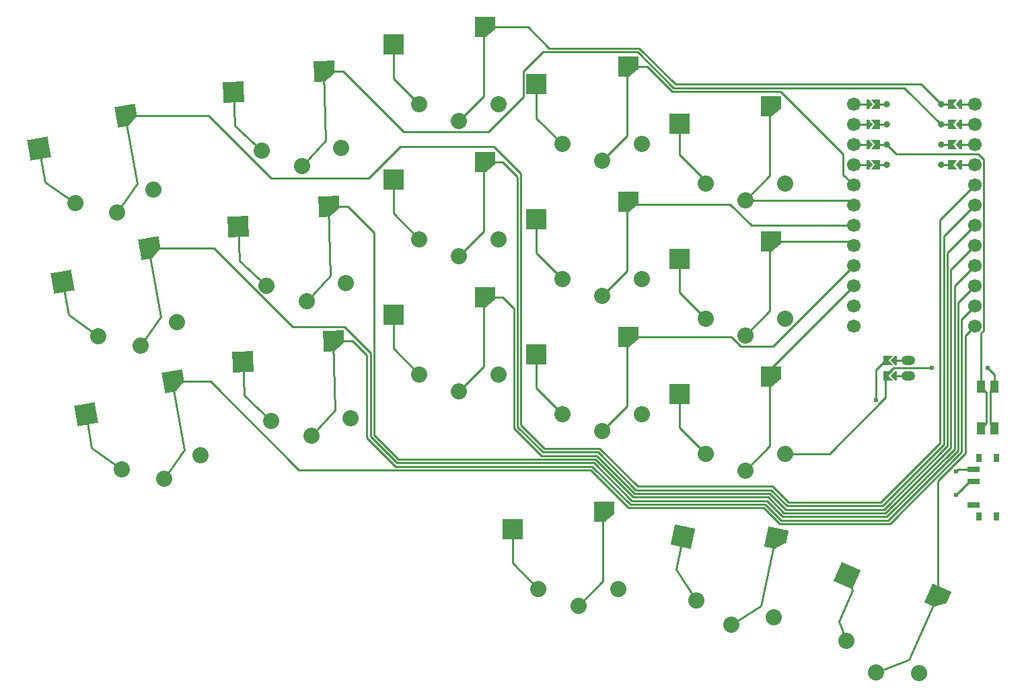
<source format=gbr>
%TF.GenerationSoftware,KiCad,Pcbnew,8.0.1*%
%TF.CreationDate,2024-05-06T23:29:14+03:00*%
%TF.ProjectId,new_ready_splayer_pcb,6e65775f-7265-4616-9479-5f73706c6179,v1.0.0*%
%TF.SameCoordinates,Original*%
%TF.FileFunction,Copper,L1,Top*%
%TF.FilePolarity,Positive*%
%FSLAX46Y46*%
G04 Gerber Fmt 4.6, Leading zero omitted, Abs format (unit mm)*
G04 Created by KiCad (PCBNEW 8.0.1) date 2024-05-06 23:29:14*
%MOMM*%
%LPD*%
G01*
G04 APERTURE LIST*
G04 Aperture macros list*
%AMRotRect*
0 Rectangle, with rotation*
0 The origin of the aperture is its center*
0 $1 length*
0 $2 width*
0 $3 Rotation angle, in degrees counterclockwise*
0 Add horizontal line*
21,1,$1,$2,0,0,$3*%
%AMFreePoly0*
4,1,6,0.500000,-0.625000,-0.650000,-0.625000,-0.150000,0.000000,-0.650000,0.625000,0.500000,0.625000,0.500000,-0.625000,0.500000,-0.625000,$1*%
%AMFreePoly1*
4,1,6,0.250000,0.000000,-0.250000,-0.625000,-0.500000,-0.625000,-0.500000,0.625000,-0.250000,0.625000,0.250000,0.000000,0.250000,0.000000,$1*%
%AMFreePoly2*
4,1,6,0.600000,-1.000000,0.000000,-0.400000,-0.600000,-1.000000,-0.600000,0.250000,0.600000,0.250000,0.600000,-1.000000,0.600000,-1.000000,$1*%
%AMFreePoly3*
4,1,6,0.600000,-0.200000,0.600000,-0.400000,-0.600000,-0.400000,-0.600000,-0.200000,0.000000,0.400000,0.600000,-0.200000,0.600000,-0.200000,$1*%
%AMFreePoly4*
4,1,6,1.300000,-0.250000,0.050000,-1.300000,-1.300000,-1.300000,-1.300000,1.300000,1.300000,1.300000,1.300000,-0.250000,1.300000,-0.250000,$1*%
G04 Aperture macros list end*
%TA.AperFunction,SMDPad,CuDef*%
%ADD10R,1.000000X1.550000*%
%TD*%
%TA.AperFunction,ComponentPad*%
%ADD11C,0.600000*%
%TD*%
%TA.AperFunction,ComponentPad*%
%ADD12C,0.800000*%
%TD*%
%TA.AperFunction,SMDPad,CuDef*%
%ADD13FreePoly0,180.000000*%
%TD*%
%TA.AperFunction,SMDPad,CuDef*%
%ADD14FreePoly1,180.000000*%
%TD*%
%TA.AperFunction,ComponentPad*%
%ADD15C,1.700000*%
%TD*%
%TA.AperFunction,SMDPad,CuDef*%
%ADD16FreePoly1,0.000000*%
%TD*%
%TA.AperFunction,SMDPad,CuDef*%
%ADD17FreePoly0,0.000000*%
%TD*%
%TA.AperFunction,SMDPad,CuDef*%
%ADD18R,0.800000X1.000000*%
%TD*%
%TA.AperFunction,SMDPad,CuDef*%
%ADD19R,1.500000X0.700000*%
%TD*%
%TA.AperFunction,SMDPad,CuDef*%
%ADD20FreePoly2,90.000000*%
%TD*%
%TA.AperFunction,ComponentPad*%
%ADD21O,1.750000X1.200000*%
%TD*%
%TA.AperFunction,SMDPad,CuDef*%
%ADD22FreePoly3,90.000000*%
%TD*%
%TA.AperFunction,ComponentPad*%
%ADD23C,2.032000*%
%TD*%
%TA.AperFunction,ConnectorPad*%
%ADD24FreePoly4,10.000000*%
%TD*%
%TA.AperFunction,SMDPad,CuDef*%
%ADD25RotRect,2.600000X2.600000X10.000000*%
%TD*%
%TA.AperFunction,ConnectorPad*%
%ADD26FreePoly4,0.000000*%
%TD*%
%TA.AperFunction,SMDPad,CuDef*%
%ADD27R,2.600000X2.600000*%
%TD*%
%TA.AperFunction,ConnectorPad*%
%ADD28FreePoly4,348.000000*%
%TD*%
%TA.AperFunction,SMDPad,CuDef*%
%ADD29RotRect,2.600000X2.600000X348.000000*%
%TD*%
%TA.AperFunction,ConnectorPad*%
%ADD30FreePoly4,2.000000*%
%TD*%
%TA.AperFunction,SMDPad,CuDef*%
%ADD31RotRect,2.600000X2.600000X2.000000*%
%TD*%
%TA.AperFunction,ConnectorPad*%
%ADD32FreePoly4,336.000000*%
%TD*%
%TA.AperFunction,SMDPad,CuDef*%
%ADD33RotRect,2.600000X2.600000X336.000000*%
%TD*%
%TA.AperFunction,Conductor*%
%ADD34C,0.250000*%
%TD*%
G04 APERTURE END LIST*
D10*
%TO.P,RST1,1*%
%TO.N,GND*%
X272009009Y-136530853D03*
%TO.P,RST1,2*%
%TO.N,RST*%
X270309009Y-136530853D03*
%TO.P,RST1,3*%
%TO.N,GND*%
X272009009Y-131280853D03*
%TO.P,RST1,4*%
%TO.N,RST*%
X270309009Y-131280853D03*
%TD*%
D11*
%TO.P,REF\u002A\u002A,1*%
%TO.N,GND*%
X271159010Y-128905852D03*
%TD*%
%TO.P,REF\u002A\u002A,1*%
%TO.N,BAT_P*%
X257159008Y-132905853D03*
%TD*%
%TO.P,REF\u002A\u002A,1*%
%TO.N,GND*%
X264159007Y-128905855D03*
%TD*%
%TO.P,REF\u002A\u002A,1*%
%TO.N,RAW*%
X267159010Y-144905855D03*
%TD*%
D12*
%TO.P,MCU1,1*%
%TO.N,P1*%
X265309000Y-95715000D03*
D13*
X266684000Y-95715000D03*
D14*
%TO.N,MCU1_1*%
X267409000Y-95715000D03*
D15*
X269529000Y-95715000D03*
D12*
%TO.P,MCU1,2*%
%TO.N,P0*%
X265309000Y-98255000D03*
D13*
X266684000Y-98255000D03*
D14*
%TO.N,MCU1_2*%
X267409000Y-98255000D03*
D15*
X269529000Y-98255000D03*
D12*
%TO.P,MCU1,3*%
%TO.N,GND*%
X265309000Y-100795000D03*
D13*
X266684000Y-100795000D03*
D14*
%TO.N,MCU1_3*%
X267409000Y-100795000D03*
D15*
X269529000Y-100795000D03*
D12*
%TO.P,MCU1,4*%
%TO.N,GND*%
X265309000Y-103335000D03*
D13*
X266684000Y-103335000D03*
D14*
%TO.N,MCU1_4*%
X267409000Y-103335000D03*
D15*
X269529000Y-103335000D03*
%TO.P,MCU1,5*%
%TO.N,P21*%
X269529000Y-105875000D03*
%TO.P,MCU1,6*%
%TO.N,P20*%
X269529000Y-108415000D03*
%TO.P,MCU1,7*%
%TO.N,P19*%
X269529000Y-110955000D03*
%TO.P,MCU1,8*%
%TO.N,P18*%
X269529000Y-113495000D03*
%TO.P,MCU1,9*%
%TO.N,P15*%
X269529000Y-116035000D03*
%TO.P,MCU1,10*%
%TO.N,P14*%
X269529000Y-118575000D03*
%TO.P,MCU1,11*%
%TO.N,P16*%
X269529000Y-121115000D03*
%TO.P,MCU1,12*%
%TO.N,P10*%
X269529000Y-123655000D03*
%TO.P,MCU1,13*%
%TO.N,P9*%
X254289000Y-123655000D03*
%TO.P,MCU1,14*%
%TO.N,P8*%
X254289000Y-121115000D03*
%TO.P,MCU1,15*%
%TO.N,P7*%
X254289000Y-118575000D03*
%TO.P,MCU1,16*%
%TO.N,P6*%
X254289000Y-116035000D03*
%TO.P,MCU1,17*%
%TO.N,P5*%
X254289000Y-113495000D03*
%TO.P,MCU1,18*%
%TO.N,P4*%
X254289000Y-110955000D03*
%TO.P,MCU1,19*%
%TO.N,P3*%
X254289000Y-108415000D03*
%TO.P,MCU1,20*%
%TO.N,P2*%
X254289000Y-105875000D03*
%TO.P,MCU1,21*%
%TO.N,MCU1_21*%
X254289000Y-103335000D03*
D16*
X256409000Y-103335000D03*
D15*
%TO.P,MCU1,22*%
%TO.N,MCU1_22*%
X254289000Y-100795000D03*
D16*
X256409000Y-100795000D03*
D15*
%TO.P,MCU1,23*%
%TO.N,MCU1_23*%
X254289000Y-98255000D03*
D16*
X256409000Y-98255000D03*
D15*
%TO.P,MCU1,24*%
%TO.N,MCU1_24*%
X254289000Y-95715000D03*
D16*
X256409000Y-95715000D03*
D17*
%TO.P,MCU1,121*%
%TO.N,VCC*%
X257134000Y-103335000D03*
D12*
X258509000Y-103335000D03*
D17*
%TO.P,MCU1,122*%
%TO.N,RST*%
X257134000Y-100795000D03*
D12*
X258509000Y-100795000D03*
D17*
%TO.P,MCU1,123*%
%TO.N,GND*%
X257134000Y-98255000D03*
D12*
X258509000Y-98255000D03*
D17*
%TO.P,MCU1,124*%
%TO.N,RAW*%
X257134000Y-95715000D03*
D12*
X258509000Y-95715000D03*
%TD*%
D18*
%TO.P,PWR1,*%
%TO.N,*%
X270074008Y-147555851D03*
X270074009Y-140255851D03*
X272284008Y-140255852D03*
X272284009Y-147555852D03*
D19*
%TO.P,PWR1,1*%
%TO.N,N/C*%
X269424008Y-146155852D03*
%TO.P,PWR1,2*%
%TO.N,RAW*%
X269424009Y-143155851D03*
%TO.P,PWR1,3*%
%TO.N,BAT_P*%
X269424009Y-141655852D03*
%TD*%
D20*
%TO.P,JST1,1*%
%TO.N,BAT_P*%
X258343007Y-127905850D03*
%TO.P,JST1,2*%
%TO.N,GND*%
X258343007Y-129905850D03*
D21*
%TO.P,JST1,11*%
%TO.N,JST1_1*%
X261159006Y-127905850D03*
%TO.P,JST1,12*%
%TO.N,JST1_2*%
X261159008Y-129905850D03*
D22*
%TO.P,JST1,21*%
%TO.N,JST1_1*%
X259359006Y-127905851D03*
%TO.P,JST1,22*%
%TO.N,JST1_2*%
X259359007Y-129905850D03*
%TD*%
D11*
%TO.P,REF\u002A\u002A,1*%
%TO.N,BAT_P*%
X267159009Y-141905852D03*
%TD*%
D23*
%TO.P,S1,1*%
%TO.N,GND*%
X162232044Y-141618983D03*
D24*
%TO.N,P16*%
X168688259Y-130580168D03*
D23*
%TO.N,GND*%
X172080122Y-139882502D03*
D25*
%TO.P,S1,2*%
X157695755Y-134752383D03*
D23*
%TO.N,P16*%
X167520744Y-142818839D03*
%TD*%
%TO.P,S15,1*%
%TO.N,GND*%
X235659009Y-105705854D03*
D26*
%TO.N,P3*%
X243934009Y-95955853D03*
D23*
%TO.N,GND*%
X245659009Y-105705854D03*
D27*
%TO.P,S15,2*%
X232384009Y-98155854D03*
D23*
%TO.N,P3*%
X240659009Y-107805854D03*
%TD*%
%TO.P,S3,1*%
%TO.N,GND*%
X156328007Y-108135522D03*
D24*
%TO.N,P21*%
X162784222Y-97096707D03*
D23*
%TO.N,GND*%
X166176085Y-106399041D03*
D25*
%TO.P,S3,2*%
X151791718Y-101268922D03*
D23*
%TO.N,P21*%
X161616707Y-109335378D03*
%TD*%
%TO.P,S13,1*%
%TO.N,GND*%
X235659006Y-139705853D03*
D26*
%TO.N,P7*%
X243934006Y-129955852D03*
D23*
%TO.N,GND*%
X245659006Y-139705853D03*
D27*
%TO.P,S13,2*%
X232384006Y-132155853D03*
D23*
%TO.N,P7*%
X240659006Y-141805853D03*
%TD*%
%TO.P,S8,1*%
%TO.N,GND*%
X199659010Y-112705851D03*
D26*
%TO.N,P20*%
X207934010Y-102955850D03*
D23*
%TO.N,GND*%
X209659010Y-112705851D03*
D27*
%TO.P,S8,2*%
X196384010Y-105155851D03*
D23*
%TO.N,P20*%
X204659010Y-114805851D03*
%TD*%
%TO.P,S17,1*%
%TO.N,GND*%
X234496827Y-158163283D03*
D28*
%TO.N,P8*%
X244618137Y-150346815D03*
D23*
%TO.N,GND*%
X244278303Y-160242401D03*
D29*
%TO.P,S17,2*%
X232863126Y-150097359D03*
D23*
%TO.N,P8*%
X238950950Y-161256953D03*
%TD*%
%TO.P,S5,1*%
%TO.N,GND*%
X180387454Y-118548436D03*
D30*
%TO.N,P18*%
X188317143Y-108515581D03*
D23*
%TO.N,GND*%
X190381362Y-118199441D03*
D31*
%TO.P,S5,2*%
X176850958Y-111117331D03*
D23*
%TO.N,P18*%
X185457696Y-120472659D03*
%TD*%
%TO.P,S9,1*%
%TO.N,GND*%
X199659008Y-95705853D03*
D26*
%TO.N,P1*%
X207934008Y-85955852D03*
D23*
%TO.N,GND*%
X209659008Y-95705853D03*
D27*
%TO.P,S9,2*%
X196384008Y-88155853D03*
D23*
%TO.N,P1*%
X204659008Y-97805853D03*
%TD*%
%TO.P,S14,1*%
%TO.N,GND*%
X235659011Y-122705855D03*
D26*
%TO.N,P5*%
X243934011Y-112955854D03*
D23*
%TO.N,GND*%
X245659011Y-122705855D03*
D27*
%TO.P,S14,2*%
X232384011Y-115155855D03*
D23*
%TO.N,P5*%
X240659011Y-124805855D03*
%TD*%
%TO.P,S7,1*%
%TO.N,GND*%
X199659009Y-129705852D03*
D26*
%TO.N,P19*%
X207934009Y-119955851D03*
D23*
%TO.N,GND*%
X209659009Y-129705852D03*
D27*
%TO.P,S7,2*%
X196384009Y-122155852D03*
D23*
%TO.N,P19*%
X204659009Y-131805852D03*
%TD*%
%TO.P,S12,1*%
%TO.N,GND*%
X217659012Y-100705853D03*
D26*
%TO.N,P2*%
X225934012Y-90955852D03*
D23*
%TO.N,GND*%
X227659012Y-100705853D03*
D27*
%TO.P,S12,2*%
X214384012Y-93155853D03*
D23*
%TO.N,P2*%
X222659012Y-102805853D03*
%TD*%
%TO.P,S2,1*%
%TO.N,GND*%
X159280029Y-124877254D03*
D24*
%TO.N,P15*%
X165736244Y-113838439D03*
D23*
%TO.N,GND*%
X169128107Y-123140773D03*
D25*
%TO.P,S2,2*%
X154743740Y-118010654D03*
D23*
%TO.N,P15*%
X164568729Y-126077110D03*
%TD*%
%TO.P,S11,1*%
%TO.N,GND*%
X217659006Y-117705854D03*
D26*
%TO.N,P4*%
X225934006Y-107955853D03*
D23*
%TO.N,GND*%
X227659006Y-117705854D03*
D27*
%TO.P,S11,2*%
X214384006Y-110155854D03*
D23*
%TO.N,P4*%
X222659006Y-119805854D03*
%TD*%
%TO.P,S18,1*%
%TO.N,GND*%
X253413402Y-163267109D03*
D32*
%TO.N,P10*%
X264938673Y-157725786D03*
D23*
%TO.N,GND*%
X262548857Y-167334475D03*
D33*
%TO.P,S18,2*%
X253492403Y-155037778D03*
D23*
%TO.N,P10*%
X257126983Y-167219237D03*
%TD*%
%TO.P,S16,1*%
%TO.N,GND*%
X214659008Y-156705851D03*
D26*
%TO.N,P9*%
X222934008Y-146955850D03*
D23*
%TO.N,GND*%
X224659008Y-156705851D03*
D27*
%TO.P,S16,2*%
X211384008Y-149155851D03*
D23*
%TO.N,P9*%
X219659008Y-158805851D03*
%TD*%
%TO.P,S6,1*%
%TO.N,GND*%
X179794164Y-101558794D03*
D30*
%TO.N,P0*%
X187723853Y-91525939D03*
D23*
%TO.N,GND*%
X189788072Y-101209799D03*
D31*
%TO.P,S6,2*%
X176257668Y-94127689D03*
D23*
%TO.N,P0*%
X184864406Y-103483017D03*
%TD*%
%TO.P,S10,1*%
%TO.N,GND*%
X217659009Y-134705852D03*
D26*
%TO.N,P6*%
X225934009Y-124955851D03*
D23*
%TO.N,GND*%
X227659009Y-134705852D03*
D27*
%TO.P,S10,2*%
X214384009Y-127155852D03*
D23*
%TO.N,P6*%
X222659009Y-136805852D03*
%TD*%
%TO.P,S4,1*%
%TO.N,GND*%
X180980745Y-135538080D03*
D30*
%TO.N,P14*%
X188910434Y-125505225D03*
D23*
%TO.N,GND*%
X190974653Y-135189085D03*
D31*
%TO.P,S4,2*%
X177444249Y-128106975D03*
D23*
%TO.N,P14*%
X186050987Y-137462303D03*
%TD*%
D34*
%TO.N,GND*%
X271500000Y-136021844D02*
X272009009Y-136530853D01*
X271500000Y-131789862D02*
X271500000Y-136021844D01*
X272009009Y-131280853D02*
X271500000Y-131789862D01*
%TO.N,RST*%
X271000000Y-131971844D02*
X270309009Y-131280853D01*
X271000000Y-135839862D02*
X271000000Y-131971844D01*
X270309009Y-136530853D02*
X271000000Y-135839862D01*
%TO.N,P16*%
X267899008Y-139464596D02*
X258863604Y-148500000D01*
X226000000Y-146500000D02*
X221230852Y-141730852D01*
X170055620Y-139198666D02*
X167520744Y-142818841D01*
X258863604Y-148500000D02*
X245000000Y-148500000D01*
X168688259Y-130580169D02*
X168566586Y-130753935D01*
X269529000Y-121115000D02*
X267899008Y-122744992D01*
X168566586Y-130753935D02*
X170055620Y-139198666D01*
X245000000Y-148500000D02*
X243000000Y-146500000D01*
X184503954Y-141730852D02*
X173345304Y-130572202D01*
X173345304Y-130572202D02*
X168696225Y-130572202D01*
X267899008Y-122744992D02*
X267899008Y-139464596D01*
X221230852Y-141730852D02*
X184503954Y-141730852D01*
X168696225Y-130572202D02*
X168688259Y-130580168D01*
X243000000Y-146500000D02*
X226000000Y-146500000D01*
%TO.N,GND*%
X214384009Y-131430852D02*
X217659009Y-134705852D01*
X177000153Y-115389726D02*
X180387453Y-118548436D01*
X211384008Y-153430851D02*
X214659008Y-156705851D01*
X155486085Y-122220706D02*
X159280028Y-124877254D01*
X232863125Y-150097360D02*
X231974301Y-154278939D01*
X211384008Y-149155851D02*
X211384008Y-153430851D01*
X214384012Y-97430853D02*
X217659012Y-100705853D01*
X151791718Y-101268922D02*
X152534062Y-105478973D01*
X154743739Y-118010655D02*
X155486085Y-122220706D01*
X176406864Y-98400084D02*
X179794165Y-101558793D01*
X232384011Y-115155855D02*
X232384011Y-119430855D01*
X232384011Y-119430855D02*
X235659011Y-122705855D01*
X152534062Y-105478973D02*
X156328007Y-108135520D01*
X231974301Y-154278939D02*
X234496824Y-158163284D01*
X157695755Y-134752386D02*
X158438102Y-138962436D01*
X252458918Y-160780591D02*
X253413405Y-163267112D01*
X196384008Y-88155853D02*
X196384008Y-92430853D01*
X258343007Y-132605738D02*
X258343007Y-129905850D01*
X158438102Y-138962436D02*
X162232046Y-141618983D01*
X264159007Y-128905855D02*
X259343002Y-128905855D01*
X235659009Y-105339990D02*
X235659009Y-105705854D01*
X266684009Y-100794855D02*
X265309011Y-100794853D01*
X196384009Y-126430852D02*
X199659009Y-129705852D01*
X177444248Y-128106974D02*
X177593443Y-132379371D01*
X214384010Y-93396263D02*
X214996221Y-94008478D01*
X214384012Y-93155853D02*
X214384012Y-97430853D01*
X232384009Y-102064990D02*
X235659009Y-105339990D01*
X251242892Y-139705853D02*
X258343007Y-132605738D01*
X196384008Y-92430853D02*
X199659008Y-95705853D01*
X232384006Y-132155853D02*
X232384006Y-136430853D01*
X196384010Y-105155851D02*
X196384010Y-109430851D01*
X214384009Y-127155852D02*
X214384009Y-131430852D01*
X214384007Y-93155852D02*
X214384010Y-93396263D01*
X196384009Y-122155852D02*
X196384009Y-126430852D01*
X259343002Y-128905855D02*
X258343007Y-129905850D01*
X232384006Y-136430853D02*
X235659006Y-139705853D01*
X254197718Y-156875184D02*
X252458918Y-160780591D01*
X214384006Y-114430854D02*
X217659006Y-117705854D01*
X214384006Y-110155854D02*
X214384006Y-114430854D01*
X266684009Y-103334852D02*
X265309007Y-103334852D01*
X177593443Y-132379371D02*
X180980743Y-135538080D01*
X272009009Y-129755851D02*
X271159010Y-128905852D01*
X253492401Y-155037776D02*
X254197718Y-156875184D01*
X232384009Y-98155854D02*
X232384009Y-102064990D01*
X176850956Y-111117331D02*
X177000153Y-115389726D01*
X176257669Y-94127689D02*
X176406864Y-98400084D01*
X272009009Y-131280853D02*
X272009009Y-129755851D01*
X245659006Y-139705853D02*
X251242892Y-139705853D01*
X196384010Y-109430851D02*
X199659010Y-112705851D01*
X257134008Y-98254852D02*
X258509011Y-98254851D01*
%TO.N,P15*%
X165736242Y-113838439D02*
X165614569Y-114012207D01*
X183687079Y-123744522D02*
X190214833Y-123744522D01*
X173773030Y-113830473D02*
X183687079Y-123744522D01*
X266999008Y-118564992D02*
X269529000Y-116035000D01*
X193500000Y-137500000D02*
X196830852Y-140830852D01*
X165744210Y-113830473D02*
X173773030Y-113830473D01*
X165614569Y-114012207D02*
X167103603Y-122456936D01*
X193500000Y-127029689D02*
X193500000Y-137500000D01*
X243372792Y-145600000D02*
X245372792Y-147600000D01*
X245372792Y-147600000D02*
X258490812Y-147600000D01*
X258490812Y-147600000D02*
X266999008Y-139091804D01*
X165736244Y-113838439D02*
X165744210Y-113830473D01*
X167103603Y-122456936D02*
X164568730Y-126077111D01*
X226372792Y-145600000D02*
X243372792Y-145600000D01*
X196830852Y-140830852D02*
X221603644Y-140830852D01*
X190214833Y-123744522D02*
X193500000Y-127029689D01*
X266999008Y-139091804D02*
X266999008Y-118564992D01*
X221603644Y-140830852D02*
X226372792Y-145600000D01*
%TO.N,P21*%
X222349228Y-139030852D02*
X227118376Y-143800000D01*
X162662549Y-97270473D02*
X164151581Y-105715202D01*
X246118376Y-145800000D02*
X257745228Y-145800000D01*
X265199008Y-110204992D02*
X269529000Y-105875000D01*
X193289861Y-105000000D02*
X197289861Y-101000000D01*
X212450000Y-136108060D02*
X215372792Y-139030852D01*
X162784221Y-97096705D02*
X162662549Y-97270473D01*
X162784222Y-97096707D02*
X162792188Y-97088741D01*
X265199008Y-138346220D02*
X265199008Y-110204992D01*
X257745228Y-145800000D02*
X265199008Y-138346220D01*
X215372792Y-139030852D02*
X222349228Y-139030852D01*
X212450000Y-104405148D02*
X212450000Y-136108060D01*
X173088741Y-97088741D02*
X181000000Y-105000000D01*
X209044852Y-101000000D02*
X212450000Y-104405148D01*
X164151581Y-105715202D02*
X161616708Y-109335378D01*
X181000000Y-105000000D02*
X193289861Y-105000000D01*
X244118376Y-143800000D02*
X246118376Y-145800000D01*
X227118376Y-143800000D02*
X244118376Y-143800000D01*
X197289861Y-101000000D02*
X209044852Y-101000000D01*
X162792188Y-97088741D02*
X173088741Y-97088741D01*
%TO.N,P14*%
X191224352Y-125505225D02*
X193000000Y-127280873D01*
X243186396Y-146050000D02*
X245186396Y-148050000D01*
X267449008Y-120654992D02*
X269529000Y-118575000D01*
X245186396Y-148050000D02*
X258677208Y-148050000D01*
X196644456Y-141280852D02*
X221417248Y-141280852D01*
X267449008Y-139278200D02*
X267449008Y-120654992D01*
X221417248Y-141280852D02*
X226186396Y-146050000D01*
X193000000Y-127280873D02*
X193000000Y-137636396D01*
X188910432Y-125505224D02*
X188765757Y-125660370D01*
X188765757Y-125660370D02*
X189065022Y-134230146D01*
X189065022Y-134230146D02*
X186050985Y-137462303D01*
X188910434Y-125505225D02*
X191224352Y-125505225D01*
X258677208Y-148050000D02*
X267449008Y-139278200D01*
X226186396Y-146050000D02*
X243186396Y-146050000D01*
X193000000Y-137636396D02*
X196644456Y-141280852D01*
%TO.N,P18*%
X245559188Y-147150000D02*
X258304416Y-147150000D01*
X258304416Y-147150000D02*
X266549008Y-138905408D01*
X243559188Y-145150000D02*
X245559188Y-147150000D01*
X188317141Y-108515580D02*
X188172466Y-108670726D01*
X188172466Y-108670726D02*
X188471731Y-117240502D01*
X188317143Y-108515581D02*
X190631061Y-108515581D01*
X226559188Y-145150000D02*
X243559188Y-145150000D01*
X188471731Y-117240502D02*
X185457695Y-120472658D01*
X194000000Y-137363604D02*
X197017248Y-140380852D01*
X266549008Y-138905408D02*
X266549008Y-116474992D01*
X197017248Y-140380852D02*
X221790040Y-140380852D01*
X190631061Y-108515581D02*
X194000000Y-111884520D01*
X266549008Y-116474992D02*
X269529000Y-113495000D01*
X194000000Y-111884520D02*
X194000000Y-137363604D01*
X221790040Y-140380852D02*
X226559188Y-145150000D01*
%TO.N,P0*%
X212759012Y-91530853D02*
X215209012Y-89080853D01*
X187723853Y-91525939D02*
X190037771Y-91525939D01*
X190037771Y-91525939D02*
X197658685Y-99146853D01*
X187723854Y-91525939D02*
X187579180Y-91681083D01*
X208353147Y-99146853D02*
X212759012Y-94740988D01*
X215209012Y-89080853D02*
X227125705Y-89080853D01*
X266684009Y-98254851D02*
X265309008Y-98254851D01*
X187579180Y-91681083D02*
X187878443Y-100250860D01*
X212759012Y-94740988D02*
X212759012Y-91530853D01*
X231675706Y-93630854D02*
X260684854Y-93630854D01*
X227125705Y-89080853D02*
X231675706Y-93630854D01*
X197658685Y-99146853D02*
X208353147Y-99146853D01*
X187878443Y-100250860D02*
X184864406Y-103483016D01*
X260684854Y-93630854D02*
X265309000Y-98255000D01*
%TO.N,P19*%
X211534008Y-121379202D02*
X211534008Y-136464860D01*
X243745584Y-144700000D02*
X245745584Y-146700000D01*
X207934009Y-119955851D02*
X207784008Y-120105852D01*
X226745584Y-144700000D02*
X243745584Y-144700000D01*
X207784008Y-120105852D02*
X207784008Y-128680853D01*
X211534008Y-136464860D02*
X215000000Y-139930852D01*
X210110657Y-119955851D02*
X211534008Y-121379202D01*
X207934009Y-119955851D02*
X210110657Y-119955851D01*
X221976436Y-139930852D02*
X226745584Y-144700000D01*
X215000000Y-139930852D02*
X221976436Y-139930852D01*
X266099008Y-114384992D02*
X269529000Y-110955000D01*
X207784008Y-128680853D02*
X204659009Y-131805852D01*
X245745584Y-146700000D02*
X258118020Y-146700000D01*
X258118020Y-146700000D02*
X266099008Y-138719012D01*
X266099008Y-138719012D02*
X266099008Y-114384992D01*
%TO.N,P20*%
X207784009Y-103105851D02*
X207784009Y-111680852D01*
X210110658Y-102955850D02*
X212000000Y-104845192D01*
X226931980Y-144250000D02*
X243931980Y-144250000D01*
X207934010Y-102955850D02*
X210110658Y-102955850D01*
X245931980Y-146250000D02*
X257931624Y-146250000D01*
X265649008Y-138532616D02*
X265649008Y-112294992D01*
X257931624Y-146250000D02*
X265649008Y-138532616D01*
X212000000Y-136294456D02*
X215186396Y-139480852D01*
X222162832Y-139480852D02*
X226931980Y-144250000D01*
X243931980Y-144250000D02*
X245931980Y-146250000D01*
X207784009Y-111680852D02*
X204659010Y-114805851D01*
X212000000Y-104845192D02*
X212000000Y-136294456D01*
X207934010Y-102955850D02*
X207784009Y-103105851D01*
X215186396Y-139480852D02*
X222162832Y-139480852D01*
X265649008Y-112294992D02*
X269529000Y-108415000D01*
%TO.N,P1*%
X207934008Y-85955852D02*
X207784007Y-86105853D01*
X266684010Y-95714853D02*
X265309008Y-95714853D01*
X231862102Y-93180854D02*
X262774854Y-93180854D01*
X207934008Y-85955852D02*
X213324999Y-85955852D01*
X227312101Y-88630853D02*
X231862102Y-93180854D01*
X207784007Y-94680854D02*
X204659008Y-97805853D01*
X207784007Y-86105853D02*
X207784007Y-94680854D01*
X262774854Y-93180854D02*
X265309000Y-95715000D01*
X216000000Y-88630853D02*
X227312101Y-88630853D01*
X213324999Y-85955852D02*
X216000000Y-88630853D01*
%TO.N,P6*%
X225784008Y-133680853D02*
X222659009Y-136805852D01*
X225934009Y-124955851D02*
X238912546Y-124955851D01*
X240103550Y-126146855D02*
X244177145Y-126146855D01*
X238912546Y-124955851D02*
X240103550Y-126146855D01*
X244177145Y-126146855D02*
X254289000Y-116035000D01*
X225934009Y-124955851D02*
X225784008Y-125105852D01*
X225784008Y-125105852D02*
X225784008Y-133680853D01*
%TO.N,P4*%
X225934006Y-107955853D02*
X225784005Y-108105854D01*
X238780854Y-108280854D02*
X241455000Y-110955000D01*
X226259007Y-108280854D02*
X238780854Y-108280854D01*
X225784005Y-116680855D02*
X222659006Y-119805854D01*
X241455000Y-110955000D02*
X254289000Y-110955000D01*
X225784005Y-108105854D02*
X225784005Y-116680855D01*
X225934006Y-107955853D02*
X226259007Y-108280854D01*
%TO.N,P2*%
X253000000Y-101955152D02*
X253000000Y-104586000D01*
X225784011Y-99680854D02*
X222659012Y-102805853D01*
X225934012Y-90955852D02*
X225784011Y-91105853D01*
X231489310Y-94080854D02*
X245125702Y-94080854D01*
X225784011Y-91105853D02*
X225784011Y-99680854D01*
X245125702Y-94080854D02*
X253000000Y-101955152D01*
X253000000Y-104586000D02*
X254289000Y-105875000D01*
X225934012Y-90955852D02*
X228364308Y-90955852D01*
X228364308Y-90955852D02*
X231489310Y-94080854D01*
%TO.N,P7*%
X243934006Y-128929994D02*
X254289000Y-118575000D01*
X243784005Y-130105853D02*
X243784005Y-138680854D01*
X243934006Y-129955852D02*
X243934006Y-128929994D01*
X243784005Y-138680854D02*
X240659006Y-141805853D01*
X243934006Y-129955852D02*
X243784005Y-130105853D01*
%TO.N,P5*%
X243784010Y-121680856D02*
X240659011Y-124805855D01*
X243934011Y-112955854D02*
X253749854Y-112955854D01*
X253749854Y-112955854D02*
X254289000Y-113495000D01*
X243784010Y-113105855D02*
X243784010Y-121680856D01*
X243934011Y-112955854D02*
X243784010Y-113105855D01*
%TO.N,P3*%
X243934009Y-95955853D02*
X243784008Y-96105854D01*
X240659009Y-107805854D02*
X253679854Y-107805854D01*
X253679854Y-107805854D02*
X254289000Y-108415000D01*
X243784008Y-96105854D02*
X243784008Y-104680855D01*
X243784008Y-104680855D02*
X240659009Y-107805854D01*
%TO.N,P9*%
X222934008Y-146955850D02*
X222784007Y-147105851D01*
X222784007Y-155680852D02*
X219659008Y-158805851D01*
X222784007Y-147105851D02*
X222784007Y-155680852D01*
%TO.N,P8*%
X244440226Y-150462354D02*
X242657383Y-158849967D01*
X244618136Y-150346817D02*
X244440226Y-150462354D01*
X242657383Y-158849967D02*
X238950947Y-161256957D01*
%TO.N,P10*%
X264938673Y-157725786D02*
X264938673Y-143061327D01*
X268349008Y-139650992D02*
X268349008Y-124834992D01*
X261252865Y-165635461D02*
X257126982Y-167219239D01*
X264740631Y-157801807D02*
X261252865Y-165635461D01*
X264938674Y-157725785D02*
X264740631Y-157801807D01*
X268349008Y-124834992D02*
X269529000Y-123655000D01*
X264938673Y-143061327D02*
X268349008Y-139650992D01*
%TO.N,RAW*%
X269424009Y-143155851D02*
X268909014Y-143155851D01*
X257134008Y-95714851D02*
X258509010Y-95714855D01*
X268909014Y-143155851D02*
X267159010Y-144905855D01*
%TO.N,RST*%
X257134010Y-100794851D02*
X258509007Y-100794852D01*
X270309009Y-131280853D02*
X270309009Y-124536692D01*
X270015701Y-101970000D02*
X259684000Y-101970000D01*
X270309009Y-124536692D02*
X270704000Y-124141701D01*
X270704000Y-124141701D02*
X270704000Y-102658299D01*
X270704000Y-102658299D02*
X270015701Y-101970000D01*
X259684000Y-101970000D02*
X258509000Y-100795000D01*
%TO.N,VCC*%
X257134009Y-103334852D02*
X258509012Y-103334853D01*
%TO.N,MCU1_24*%
X254289009Y-95714853D02*
X256409008Y-95714851D01*
%TO.N,MCU1_1*%
X267409009Y-95714851D02*
X269529009Y-95714852D01*
%TO.N,MCU1_23*%
X254289008Y-98254852D02*
X256409011Y-98254853D01*
%TO.N,MCU1_2*%
X267409010Y-98254851D02*
X269529011Y-98254853D01*
%TO.N,MCU1_22*%
X254289011Y-100794851D02*
X256409010Y-100794851D01*
%TO.N,MCU1_3*%
X267409009Y-100794853D02*
X269529009Y-100794851D01*
%TO.N,MCU1_21*%
X254289011Y-103334852D02*
X256409009Y-103334851D01*
%TO.N,MCU1_4*%
X267409008Y-103334852D02*
X269529008Y-103334853D01*
%TO.N,BAT_P*%
X257159008Y-129089849D02*
X257159008Y-132905853D01*
X269424009Y-141655852D02*
X267409009Y-141655852D01*
X258343007Y-127905850D02*
X257159008Y-129089849D01*
X267409009Y-141655852D02*
X267159009Y-141905852D01*
%TO.N,JST1_1*%
X259359011Y-127905852D02*
X261159008Y-127905854D01*
%TO.N,JST1_2*%
X259359013Y-129905853D02*
X261159007Y-129905850D01*
%TD*%
M02*

</source>
